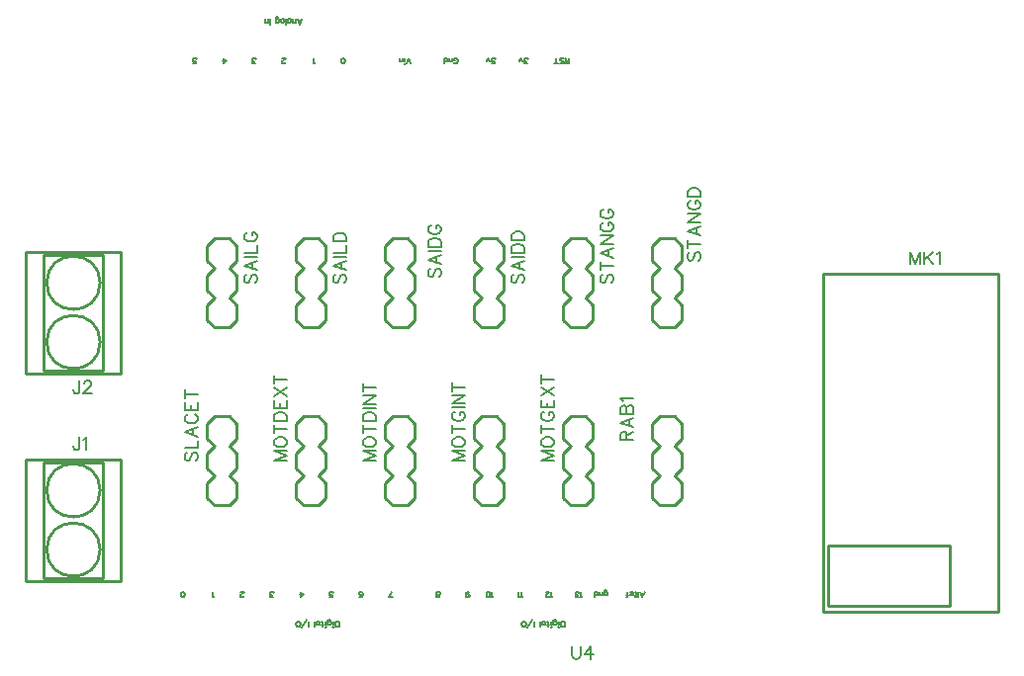
<source format=gto>
G04 ---------------------------- Layer name :TOP SILK LAYER*
G04 easyEDA 0.1*
G04 Scale: 100 percent, Rotated: No, Reflected: No *
G04 Dimensions in inches *
G04 leading zeros omitted , absolute positions ,2 integer and 4 * 
%FSLAX24Y24*%
%MOIN*%
G90*
G70D02*

%ADD10C,0.010000*%
%ADD11C,0.007000*%
%ADD12C,0.006000*%

%LPD*%
G54D10*
G01X8250Y12500D02*
G01X8500Y12250D01*
G01X8500Y12250D02*
G01X8500Y11750D01*
G01X8500Y11750D02*
G01X8250Y11500D01*
G01X7750Y11500D02*
G01X7500Y11750D01*
G01X7500Y11750D02*
G01X7500Y12250D01*
G01X7500Y12250D02*
G01X7750Y12500D01*
G01X8500Y14250D02*
G01X8500Y13750D01*
G01X8500Y13750D02*
G01X8250Y13500D01*
G01X7750Y13500D02*
G01X7500Y13750D01*
G01X8250Y13500D02*
G01X8500Y13250D01*
G01X8500Y13250D02*
G01X8500Y12750D01*
G01X8500Y12750D02*
G01X8250Y12500D01*
G01X7750Y12500D02*
G01X7500Y12750D01*
G01X7500Y12750D02*
G01X7500Y13250D01*
G01X7500Y13250D02*
G01X7750Y13500D01*
G01X8250Y14500D02*
G01X7750Y14500D01*
G01X8500Y14250D02*
G01X8250Y14500D01*
G01X7750Y14500D02*
G01X7500Y14250D01*
G01X7500Y13750D02*
G01X7500Y14250D01*
G01X8250Y11500D02*
G01X7750Y11500D01*
G01X11250Y12500D02*
G01X11500Y12250D01*
G01X11500Y12250D02*
G01X11500Y11750D01*
G01X11500Y11750D02*
G01X11250Y11500D01*
G01X10750Y11500D02*
G01X10500Y11750D01*
G01X10500Y11750D02*
G01X10500Y12250D01*
G01X10500Y12250D02*
G01X10750Y12500D01*
G01X11500Y14250D02*
G01X11500Y13750D01*
G01X11500Y13750D02*
G01X11250Y13500D01*
G01X10750Y13500D02*
G01X10500Y13750D01*
G01X11250Y13500D02*
G01X11500Y13250D01*
G01X11500Y13250D02*
G01X11500Y12750D01*
G01X11500Y12750D02*
G01X11250Y12500D01*
G01X10750Y12500D02*
G01X10500Y12750D01*
G01X10500Y12750D02*
G01X10500Y13250D01*
G01X10500Y13250D02*
G01X10750Y13500D01*
G01X11250Y14500D02*
G01X10750Y14500D01*
G01X11500Y14250D02*
G01X11250Y14500D01*
G01X10750Y14500D02*
G01X10500Y14250D01*
G01X10500Y13750D02*
G01X10500Y14250D01*
G01X11250Y11500D02*
G01X10750Y11500D01*
G01X14250Y12500D02*
G01X14500Y12250D01*
G01X14500Y12250D02*
G01X14500Y11750D01*
G01X14500Y11750D02*
G01X14250Y11500D01*
G01X13750Y11500D02*
G01X13500Y11750D01*
G01X13500Y11750D02*
G01X13500Y12250D01*
G01X13500Y12250D02*
G01X13750Y12500D01*
G01X14500Y14250D02*
G01X14500Y13750D01*
G01X14500Y13750D02*
G01X14250Y13500D01*
G01X13750Y13500D02*
G01X13500Y13750D01*
G01X14250Y13500D02*
G01X14500Y13250D01*
G01X14500Y13250D02*
G01X14500Y12750D01*
G01X14500Y12750D02*
G01X14250Y12500D01*
G01X13750Y12500D02*
G01X13500Y12750D01*
G01X13500Y12750D02*
G01X13500Y13250D01*
G01X13500Y13250D02*
G01X13750Y13500D01*
G01X14250Y14500D02*
G01X13750Y14500D01*
G01X14500Y14250D02*
G01X14250Y14500D01*
G01X13750Y14500D02*
G01X13500Y14250D01*
G01X13500Y13750D02*
G01X13500Y14250D01*
G01X14250Y11500D02*
G01X13750Y11500D01*
G01X17250Y12500D02*
G01X17500Y12250D01*
G01X17500Y12250D02*
G01X17500Y11750D01*
G01X17500Y11750D02*
G01X17250Y11500D01*
G01X16750Y11500D02*
G01X16500Y11750D01*
G01X16500Y11750D02*
G01X16500Y12250D01*
G01X16500Y12250D02*
G01X16750Y12500D01*
G01X17500Y14250D02*
G01X17500Y13750D01*
G01X17500Y13750D02*
G01X17250Y13500D01*
G01X16750Y13500D02*
G01X16500Y13750D01*
G01X17250Y13500D02*
G01X17500Y13250D01*
G01X17500Y13250D02*
G01X17500Y12750D01*
G01X17500Y12750D02*
G01X17250Y12500D01*
G01X16750Y12500D02*
G01X16500Y12750D01*
G01X16500Y12750D02*
G01X16500Y13250D01*
G01X16500Y13250D02*
G01X16750Y13500D01*
G01X17250Y14500D02*
G01X16750Y14500D01*
G01X17500Y14250D02*
G01X17250Y14500D01*
G01X16750Y14500D02*
G01X16500Y14250D01*
G01X16500Y13750D02*
G01X16500Y14250D01*
G01X17250Y11500D02*
G01X16750Y11500D01*
G01X20250Y12500D02*
G01X20500Y12250D01*
G01X20500Y12250D02*
G01X20500Y11750D01*
G01X20500Y11750D02*
G01X20250Y11500D01*
G01X19750Y11500D02*
G01X19500Y11750D01*
G01X19500Y11750D02*
G01X19500Y12250D01*
G01X19500Y12250D02*
G01X19750Y12500D01*
G01X20500Y14250D02*
G01X20500Y13750D01*
G01X20500Y13750D02*
G01X20250Y13500D01*
G01X19750Y13500D02*
G01X19500Y13750D01*
G01X20250Y13500D02*
G01X20500Y13250D01*
G01X20500Y13250D02*
G01X20500Y12750D01*
G01X20500Y12750D02*
G01X20250Y12500D01*
G01X19750Y12500D02*
G01X19500Y12750D01*
G01X19500Y12750D02*
G01X19500Y13250D01*
G01X19500Y13250D02*
G01X19750Y13500D01*
G01X20250Y14500D02*
G01X19750Y14500D01*
G01X20500Y14250D02*
G01X20250Y14500D01*
G01X19750Y14500D02*
G01X19500Y14250D01*
G01X19500Y13750D02*
G01X19500Y14250D01*
G01X20250Y11500D02*
G01X19750Y11500D01*
G01X23250Y12500D02*
G01X23500Y12250D01*
G01X23500Y12250D02*
G01X23500Y11750D01*
G01X23500Y11750D02*
G01X23250Y11500D01*
G01X22750Y11500D02*
G01X22500Y11750D01*
G01X22500Y11750D02*
G01X22500Y12250D01*
G01X22500Y12250D02*
G01X22750Y12500D01*
G01X23500Y14250D02*
G01X23500Y13750D01*
G01X23500Y13750D02*
G01X23250Y13500D01*
G01X22750Y13500D02*
G01X22500Y13750D01*
G01X23250Y13500D02*
G01X23500Y13250D01*
G01X23500Y13250D02*
G01X23500Y12750D01*
G01X23500Y12750D02*
G01X23250Y12500D01*
G01X22750Y12500D02*
G01X22500Y12750D01*
G01X22500Y12750D02*
G01X22500Y13250D01*
G01X22500Y13250D02*
G01X22750Y13500D01*
G01X23250Y14500D02*
G01X22750Y14500D01*
G01X23500Y14250D02*
G01X23250Y14500D01*
G01X22750Y14500D02*
G01X22500Y14250D01*
G01X22500Y13750D02*
G01X22500Y14250D01*
G01X23250Y11500D02*
G01X22750Y11500D01*
G01X7750Y7500D02*
G01X7500Y7750D01*
G01X7500Y7750D02*
G01X7500Y8250D01*
G01X7500Y8250D02*
G01X7750Y8500D01*
G01X8250Y8500D02*
G01X8500Y8250D01*
G01X8500Y8250D02*
G01X8500Y7750D01*
G01X8500Y7750D02*
G01X8250Y7500D01*
G01X7500Y5750D02*
G01X7500Y6250D01*
G01X7500Y6250D02*
G01X7750Y6500D01*
G01X8250Y6500D02*
G01X8500Y6250D01*
G01X7750Y6500D02*
G01X7500Y6750D01*
G01X7500Y6750D02*
G01X7500Y7250D01*
G01X7500Y7250D02*
G01X7750Y7500D01*
G01X8250Y7500D02*
G01X8500Y7250D01*
G01X8500Y7250D02*
G01X8500Y6750D01*
G01X8500Y6750D02*
G01X8250Y6500D01*
G01X7750Y5500D02*
G01X8250Y5500D01*
G01X7500Y5750D02*
G01X7750Y5500D01*
G01X8250Y5500D02*
G01X8500Y5750D01*
G01X8500Y6250D02*
G01X8500Y5750D01*
G01X7750Y8500D02*
G01X8250Y8500D01*
G01X28247Y13308D02*
G01X28247Y1891D01*
G01X28247Y13308D02*
G01X34152Y13308D01*
G01X34152Y1891D02*
G01X34152Y13308D01*
G01X34156Y1891D02*
G01X28251Y1891D01*
G01X28444Y4135D02*
G01X32538Y4135D01*
G01X32538Y2088D01*
G01X28444Y2088D01*
G01X28444Y4135D01*
G01X19750Y7500D02*
G01X19500Y7750D01*
G01X19500Y7750D02*
G01X19500Y8250D01*
G01X19500Y8250D02*
G01X19750Y8500D01*
G01X20250Y8500D02*
G01X20500Y8250D01*
G01X20500Y8250D02*
G01X20500Y7750D01*
G01X20500Y7750D02*
G01X20250Y7500D01*
G01X19500Y5750D02*
G01X19500Y6250D01*
G01X19500Y6250D02*
G01X19750Y6500D01*
G01X20250Y6500D02*
G01X20500Y6250D01*
G01X19750Y6500D02*
G01X19500Y6750D01*
G01X19500Y6750D02*
G01X19500Y7250D01*
G01X19500Y7250D02*
G01X19750Y7500D01*
G01X20250Y7500D02*
G01X20500Y7250D01*
G01X20500Y7250D02*
G01X20500Y6750D01*
G01X20500Y6750D02*
G01X20250Y6500D01*
G01X19750Y5500D02*
G01X20250Y5500D01*
G01X19500Y5750D02*
G01X19750Y5500D01*
G01X20250Y5500D02*
G01X20500Y5750D01*
G01X20500Y6250D02*
G01X20500Y5750D01*
G01X19750Y8500D02*
G01X20250Y8500D01*
G01X16750Y7500D02*
G01X16500Y7750D01*
G01X16500Y7750D02*
G01X16500Y8250D01*
G01X16500Y8250D02*
G01X16750Y8500D01*
G01X17250Y8500D02*
G01X17500Y8250D01*
G01X17500Y8250D02*
G01X17500Y7750D01*
G01X17500Y7750D02*
G01X17250Y7500D01*
G01X16500Y5750D02*
G01X16500Y6250D01*
G01X16500Y6250D02*
G01X16750Y6500D01*
G01X17250Y6500D02*
G01X17500Y6250D01*
G01X16750Y6500D02*
G01X16500Y6750D01*
G01X16500Y6750D02*
G01X16500Y7250D01*
G01X16500Y7250D02*
G01X16750Y7500D01*
G01X17250Y7500D02*
G01X17500Y7250D01*
G01X17500Y7250D02*
G01X17500Y6750D01*
G01X17500Y6750D02*
G01X17250Y6500D01*
G01X16750Y5500D02*
G01X17250Y5500D01*
G01X16500Y5750D02*
G01X16750Y5500D01*
G01X17250Y5500D02*
G01X17500Y5750D01*
G01X17500Y6250D02*
G01X17500Y5750D01*
G01X16750Y8500D02*
G01X17250Y8500D01*
G01X13750Y7500D02*
G01X13500Y7750D01*
G01X13500Y7750D02*
G01X13500Y8250D01*
G01X13500Y8250D02*
G01X13750Y8500D01*
G01X14250Y8500D02*
G01X14500Y8250D01*
G01X14500Y8250D02*
G01X14500Y7750D01*
G01X14500Y7750D02*
G01X14250Y7500D01*
G01X13500Y5750D02*
G01X13500Y6250D01*
G01X13500Y6250D02*
G01X13750Y6500D01*
G01X14250Y6500D02*
G01X14500Y6250D01*
G01X13750Y6500D02*
G01X13500Y6750D01*
G01X13500Y6750D02*
G01X13500Y7250D01*
G01X13500Y7250D02*
G01X13750Y7500D01*
G01X14250Y7500D02*
G01X14500Y7250D01*
G01X14500Y7250D02*
G01X14500Y6750D01*
G01X14500Y6750D02*
G01X14250Y6500D01*
G01X13750Y5500D02*
G01X14250Y5500D01*
G01X13500Y5750D02*
G01X13750Y5500D01*
G01X14250Y5500D02*
G01X14500Y5750D01*
G01X14500Y6250D02*
G01X14500Y5750D01*
G01X13750Y8500D02*
G01X14250Y8500D01*
G01X10750Y7500D02*
G01X10500Y7750D01*
G01X10500Y7750D02*
G01X10500Y8250D01*
G01X10500Y8250D02*
G01X10750Y8500D01*
G01X11250Y8500D02*
G01X11500Y8250D01*
G01X11500Y8250D02*
G01X11500Y7750D01*
G01X11500Y7750D02*
G01X11250Y7500D01*
G01X10500Y5750D02*
G01X10500Y6250D01*
G01X10500Y6250D02*
G01X10750Y6500D01*
G01X11250Y6500D02*
G01X11500Y6250D01*
G01X10750Y6500D02*
G01X10500Y6750D01*
G01X10500Y6750D02*
G01X10500Y7250D01*
G01X10500Y7250D02*
G01X10750Y7500D01*
G01X11250Y7500D02*
G01X11500Y7250D01*
G01X11500Y7250D02*
G01X11500Y6750D01*
G01X11500Y6750D02*
G01X11250Y6500D01*
G01X10750Y5500D02*
G01X11250Y5500D01*
G01X10500Y5750D02*
G01X10750Y5500D01*
G01X11250Y5500D02*
G01X11500Y5750D01*
G01X11500Y6250D02*
G01X11500Y5750D01*
G01X10750Y8500D02*
G01X11250Y8500D01*
G01X4600Y9950D02*
G01X1400Y9950D01*
G01X1400Y14050D01*
G01X4600Y14050D01*
G01X4600Y9950D01*
G01X4000Y10050D02*
G01X2000Y10050D01*
G01X2000Y13950D01*
G01X4000Y13950D01*
G01X4000Y10050D01*
G01X1400Y7050D02*
G01X4600Y7050D01*
G01X4600Y2950D01*
G01X1400Y2950D01*
G01X1400Y7050D01*
G01X2000Y6950D02*
G01X4000Y6950D01*
G01X4000Y3050D01*
G01X2000Y3050D01*
G01X2000Y6950D01*
G01X22750Y7500D02*
G01X22500Y7750D01*
G01X22500Y7750D02*
G01X22500Y8250D01*
G01X22500Y8250D02*
G01X22750Y8500D01*
G01X23250Y8500D02*
G01X23500Y8250D01*
G01X23500Y8250D02*
G01X23500Y7750D01*
G01X23500Y7750D02*
G01X23250Y7500D01*
G01X22500Y5750D02*
G01X22500Y6250D01*
G01X22500Y6250D02*
G01X22750Y6500D01*
G01X23250Y6500D02*
G01X23500Y6250D01*
G01X22750Y6500D02*
G01X22500Y6750D01*
G01X22500Y6750D02*
G01X22500Y7250D01*
G01X22500Y7250D02*
G01X22750Y7500D01*
G01X23250Y7500D02*
G01X23500Y7250D01*
G01X23500Y7250D02*
G01X23500Y6750D01*
G01X23500Y6750D02*
G01X23250Y6500D01*
G01X22750Y5500D02*
G01X23250Y5500D01*
G01X22500Y5750D02*
G01X22750Y5500D01*
G01X23250Y5500D02*
G01X23500Y5750D01*
G01X23500Y6250D02*
G01X23500Y5750D01*
G01X22750Y8500D02*
G01X23250Y8500D01*
G54D11*
G01X8815Y13286D02*
G01X8775Y13244D01*
G01X8755Y13184D01*
G01X8755Y13101D01*
G01X8775Y13040D01*
G01X8815Y13000D01*
G01X8856Y13000D01*
G01X8897Y13019D01*
G01X8918Y13040D01*
G01X8939Y13082D01*
G01X8980Y13205D01*
G01X9000Y13244D01*
G01X9019Y13265D01*
G01X9060Y13286D01*
G01X9122Y13286D01*
G01X9164Y13244D01*
G01X9184Y13184D01*
G01X9184Y13101D01*
G01X9164Y13040D01*
G01X9122Y13000D01*
G01X8755Y13584D02*
G01X9184Y13421D01*
G01X8755Y13584D02*
G01X9184Y13748D01*
G01X9040Y13482D02*
G01X9040Y13686D01*
G01X8755Y13884D02*
G01X9184Y13884D01*
G01X8755Y14019D02*
G01X9184Y14019D01*
G01X9184Y14019D02*
G01X9184Y14263D01*
G01X8856Y14705D02*
G01X8815Y14684D01*
G01X8775Y14644D01*
G01X8755Y14603D01*
G01X8755Y14521D01*
G01X8775Y14480D01*
G01X8815Y14440D01*
G01X8856Y14419D01*
G01X8918Y14398D01*
G01X9019Y14398D01*
G01X9081Y14419D01*
G01X9122Y14440D01*
G01X9164Y14480D01*
G01X9184Y14521D01*
G01X9184Y14603D01*
G01X9164Y14644D01*
G01X9122Y14684D01*
G01X9081Y14705D01*
G01X9019Y14705D01*
G01X9019Y14603D02*
G01X9019Y14705D01*
G01X11815Y13286D02*
G01X11775Y13244D01*
G01X11755Y13184D01*
G01X11755Y13101D01*
G01X11775Y13040D01*
G01X11815Y13000D01*
G01X11856Y13000D01*
G01X11897Y13019D01*
G01X11918Y13040D01*
G01X11939Y13082D01*
G01X11980Y13205D01*
G01X12000Y13244D01*
G01X12019Y13265D01*
G01X12060Y13286D01*
G01X12122Y13286D01*
G01X12164Y13244D01*
G01X12184Y13184D01*
G01X12184Y13101D01*
G01X12164Y13040D01*
G01X12122Y13000D01*
G01X11755Y13584D02*
G01X12184Y13421D01*
G01X11755Y13584D02*
G01X12184Y13748D01*
G01X12040Y13482D02*
G01X12040Y13686D01*
G01X11755Y13884D02*
G01X12184Y13884D01*
G01X11755Y14019D02*
G01X12184Y14019D01*
G01X12184Y14019D02*
G01X12184Y14263D01*
G01X11755Y14398D02*
G01X12184Y14398D01*
G01X11755Y14398D02*
G01X11755Y14542D01*
G01X11775Y14603D01*
G01X11815Y14644D01*
G01X11856Y14665D01*
G01X11918Y14684D01*
G01X12019Y14684D01*
G01X12081Y14665D01*
G01X12122Y14644D01*
G01X12164Y14603D01*
G01X12184Y14542D01*
G01X12184Y14398D01*
G01X15015Y13486D02*
G01X14975Y13444D01*
G01X14955Y13384D01*
G01X14955Y13301D01*
G01X14975Y13240D01*
G01X15015Y13200D01*
G01X15056Y13200D01*
G01X15097Y13219D01*
G01X15118Y13240D01*
G01X15139Y13282D01*
G01X15180Y13405D01*
G01X15200Y13444D01*
G01X15219Y13465D01*
G01X15260Y13486D01*
G01X15322Y13486D01*
G01X15364Y13444D01*
G01X15384Y13384D01*
G01X15384Y13301D01*
G01X15364Y13240D01*
G01X15322Y13200D01*
G01X14955Y13784D02*
G01X15384Y13621D01*
G01X14955Y13784D02*
G01X15384Y13948D01*
G01X15240Y13682D02*
G01X15240Y13886D01*
G01X14955Y14084D02*
G01X15384Y14084D01*
G01X14955Y14219D02*
G01X15384Y14219D01*
G01X14955Y14219D02*
G01X14955Y14361D01*
G01X14975Y14423D01*
G01X15015Y14463D01*
G01X15056Y14484D01*
G01X15118Y14505D01*
G01X15219Y14505D01*
G01X15281Y14484D01*
G01X15322Y14463D01*
G01X15364Y14423D01*
G01X15384Y14361D01*
G01X15384Y14219D01*
G01X15056Y14946D02*
G01X15015Y14926D01*
G01X14975Y14884D01*
G01X14955Y14844D01*
G01X14955Y14763D01*
G01X14975Y14721D01*
G01X15015Y14680D01*
G01X15056Y14659D01*
G01X15118Y14640D01*
G01X15219Y14640D01*
G01X15281Y14659D01*
G01X15322Y14680D01*
G01X15364Y14721D01*
G01X15384Y14763D01*
G01X15384Y14844D01*
G01X15364Y14884D01*
G01X15322Y14926D01*
G01X15281Y14946D01*
G01X15219Y14946D01*
G01X15219Y14844D02*
G01X15219Y14946D01*
G01X17815Y13286D02*
G01X17775Y13244D01*
G01X17755Y13184D01*
G01X17755Y13101D01*
G01X17775Y13040D01*
G01X17815Y13000D01*
G01X17856Y13000D01*
G01X17897Y13019D01*
G01X17918Y13040D01*
G01X17939Y13082D01*
G01X17980Y13205D01*
G01X18000Y13244D01*
G01X18019Y13265D01*
G01X18060Y13286D01*
G01X18122Y13286D01*
G01X18164Y13244D01*
G01X18184Y13184D01*
G01X18184Y13101D01*
G01X18164Y13040D01*
G01X18122Y13000D01*
G01X17755Y13584D02*
G01X18184Y13421D01*
G01X17755Y13584D02*
G01X18184Y13748D01*
G01X18040Y13482D02*
G01X18040Y13686D01*
G01X17755Y13884D02*
G01X18184Y13884D01*
G01X17755Y14019D02*
G01X18184Y14019D01*
G01X17755Y14019D02*
G01X17755Y14161D01*
G01X17775Y14223D01*
G01X17815Y14263D01*
G01X17856Y14284D01*
G01X17918Y14305D01*
G01X18019Y14305D01*
G01X18081Y14284D01*
G01X18122Y14263D01*
G01X18164Y14223D01*
G01X18184Y14161D01*
G01X18184Y14019D01*
G01X17755Y14440D02*
G01X18184Y14440D01*
G01X17755Y14440D02*
G01X17755Y14582D01*
G01X17775Y14644D01*
G01X17815Y14684D01*
G01X17856Y14705D01*
G01X17918Y14726D01*
G01X18019Y14726D01*
G01X18081Y14705D01*
G01X18122Y14684D01*
G01X18164Y14644D01*
G01X18184Y14582D01*
G01X18184Y14440D01*
G01X20815Y13286D02*
G01X20775Y13244D01*
G01X20755Y13184D01*
G01X20755Y13101D01*
G01X20775Y13040D01*
G01X20815Y13000D01*
G01X20856Y13000D01*
G01X20897Y13019D01*
G01X20918Y13040D01*
G01X20939Y13082D01*
G01X20980Y13205D01*
G01X21000Y13244D01*
G01X21019Y13265D01*
G01X21060Y13286D01*
G01X21122Y13286D01*
G01X21164Y13244D01*
G01X21184Y13184D01*
G01X21184Y13101D01*
G01X21164Y13040D01*
G01X21122Y13000D01*
G01X20755Y13565D02*
G01X21184Y13565D01*
G01X20755Y13421D02*
G01X20755Y13707D01*
G01X20755Y14005D02*
G01X21184Y13842D01*
G01X20755Y14005D02*
G01X21184Y14169D01*
G01X21040Y13903D02*
G01X21040Y14109D01*
G01X20755Y14305D02*
G01X21184Y14305D01*
G01X20755Y14305D02*
G01X21184Y14590D01*
G01X20755Y14590D02*
G01X21184Y14590D01*
G01X20856Y15032D02*
G01X20815Y15013D01*
G01X20775Y14971D01*
G01X20755Y14930D01*
G01X20755Y14848D01*
G01X20775Y14807D01*
G01X20815Y14767D01*
G01X20856Y14746D01*
G01X20918Y14726D01*
G01X21019Y14726D01*
G01X21081Y14746D01*
G01X21122Y14767D01*
G01X21164Y14807D01*
G01X21184Y14848D01*
G01X21184Y14930D01*
G01X21164Y14971D01*
G01X21122Y15013D01*
G01X21081Y15032D01*
G01X21019Y15032D01*
G01X21019Y14930D02*
G01X21019Y15032D01*
G01X20856Y15475D02*
G01X20815Y15455D01*
G01X20775Y15413D01*
G01X20755Y15373D01*
G01X20755Y15290D01*
G01X20775Y15250D01*
G01X20815Y15209D01*
G01X20856Y15188D01*
G01X20918Y15167D01*
G01X21019Y15167D01*
G01X21081Y15188D01*
G01X21122Y15209D01*
G01X21164Y15250D01*
G01X21184Y15290D01*
G01X21184Y15373D01*
G01X21164Y15413D01*
G01X21122Y15455D01*
G01X21081Y15475D01*
G01X21019Y15475D01*
G01X21019Y15373D02*
G01X21019Y15475D01*
G01X23761Y14030D02*
G01X23720Y13990D01*
G01X23700Y13928D01*
G01X23700Y13846D01*
G01X23720Y13786D01*
G01X23761Y13744D01*
G01X23802Y13744D01*
G01X23843Y13765D01*
G01X23863Y13786D01*
G01X23884Y13826D01*
G01X23925Y13950D01*
G01X23945Y13990D01*
G01X23965Y14011D01*
G01X24006Y14030D01*
G01X24068Y14030D01*
G01X24109Y13990D01*
G01X24129Y13928D01*
G01X24129Y13846D01*
G01X24109Y13786D01*
G01X24068Y13744D01*
G01X23700Y14309D02*
G01X24129Y14309D01*
G01X23700Y14165D02*
G01X23700Y14453D01*
G01X23700Y14751D02*
G01X24129Y14588D01*
G01X23700Y14751D02*
G01X24129Y14915D01*
G01X23986Y14648D02*
G01X23986Y14853D01*
G01X23700Y15050D02*
G01X24129Y15050D01*
G01X23700Y15050D02*
G01X24129Y15336D01*
G01X23700Y15336D02*
G01X24129Y15336D01*
G01X23802Y15778D02*
G01X23761Y15757D01*
G01X23720Y15717D01*
G01X23700Y15676D01*
G01X23700Y15594D01*
G01X23720Y15553D01*
G01X23761Y15511D01*
G01X23802Y15492D01*
G01X23863Y15471D01*
G01X23965Y15471D01*
G01X24027Y15492D01*
G01X24068Y15511D01*
G01X24109Y15553D01*
G01X24129Y15594D01*
G01X24129Y15676D01*
G01X24109Y15717D01*
G01X24068Y15757D01*
G01X24027Y15778D01*
G01X23965Y15778D01*
G01X23965Y15676D02*
G01X23965Y15778D01*
G01X23700Y15913D02*
G01X24129Y15913D01*
G01X23700Y15913D02*
G01X23700Y16055D01*
G01X23720Y16117D01*
G01X23761Y16159D01*
G01X23802Y16178D01*
G01X23863Y16200D01*
G01X23965Y16200D01*
G01X24027Y16178D01*
G01X24068Y16159D01*
G01X24109Y16117D01*
G01X24129Y16055D01*
G01X24129Y15913D01*
G01X6815Y7286D02*
G01X6775Y7244D01*
G01X6755Y7184D01*
G01X6755Y7101D01*
G01X6775Y7040D01*
G01X6815Y7000D01*
G01X6856Y7000D01*
G01X6897Y7019D01*
G01X6918Y7040D01*
G01X6939Y7082D01*
G01X6980Y7205D01*
G01X7000Y7244D01*
G01X7019Y7265D01*
G01X7060Y7286D01*
G01X7122Y7286D01*
G01X7164Y7244D01*
G01X7184Y7184D01*
G01X7184Y7101D01*
G01X7164Y7040D01*
G01X7122Y7000D01*
G01X6755Y7421D02*
G01X7184Y7421D01*
G01X7184Y7421D02*
G01X7184Y7667D01*
G01X6755Y7965D02*
G01X7184Y7801D01*
G01X6755Y7965D02*
G01X7184Y8128D01*
G01X7040Y7863D02*
G01X7040Y8067D01*
G01X6856Y8571D02*
G01X6815Y8550D01*
G01X6775Y8509D01*
G01X6755Y8469D01*
G01X6755Y8386D01*
G01X6775Y8346D01*
G01X6815Y8305D01*
G01X6856Y8284D01*
G01X6918Y8263D01*
G01X7019Y8263D01*
G01X7081Y8284D01*
G01X7122Y8305D01*
G01X7164Y8346D01*
G01X7184Y8386D01*
G01X7184Y8469D01*
G01X7164Y8509D01*
G01X7122Y8550D01*
G01X7081Y8571D01*
G01X6755Y8705D02*
G01X7184Y8705D01*
G01X6755Y8705D02*
G01X6755Y8971D01*
G01X6959Y8705D02*
G01X6959Y8869D01*
G01X7184Y8705D02*
G01X7184Y8971D01*
G01X6755Y9250D02*
G01X7184Y9250D01*
G01X6755Y9107D02*
G01X6755Y9392D01*
G01X31202Y14053D02*
G01X31202Y13625D01*
G01X31202Y14053D02*
G01X31365Y13625D01*
G01X31528Y14053D02*
G01X31365Y13625D01*
G01X31528Y14053D02*
G01X31528Y13625D01*
G01X31664Y14053D02*
G01X31664Y13625D01*
G01X31951Y14053D02*
G01X31664Y13767D01*
G01X31767Y13869D02*
G01X31951Y13625D01*
G01X32085Y13971D02*
G01X32127Y13992D01*
G01X32188Y14053D01*
G01X32188Y13625D01*
G01X18755Y7000D02*
G01X19184Y7000D01*
G01X18755Y7000D02*
G01X19184Y7163D01*
G01X18755Y7326D02*
G01X19184Y7163D01*
G01X18755Y7326D02*
G01X19184Y7326D01*
G01X18755Y7584D02*
G01X18775Y7544D01*
G01X18815Y7503D01*
G01X18856Y7482D01*
G01X18918Y7461D01*
G01X19019Y7461D01*
G01X19081Y7482D01*
G01X19122Y7503D01*
G01X19164Y7544D01*
G01X19184Y7584D01*
G01X19184Y7667D01*
G01X19164Y7707D01*
G01X19122Y7748D01*
G01X19081Y7769D01*
G01X19019Y7790D01*
G01X18918Y7790D01*
G01X18856Y7769D01*
G01X18815Y7748D01*
G01X18775Y7707D01*
G01X18755Y7667D01*
G01X18755Y7584D01*
G01X18755Y8067D02*
G01X19184Y8067D01*
G01X18755Y7925D02*
G01X18755Y8211D01*
G01X18856Y8653D02*
G01X18815Y8632D01*
G01X18775Y8590D01*
G01X18755Y8550D01*
G01X18755Y8469D01*
G01X18775Y8428D01*
G01X18815Y8386D01*
G01X18856Y8365D01*
G01X18918Y8346D01*
G01X19019Y8346D01*
G01X19081Y8365D01*
G01X19122Y8386D01*
G01X19164Y8428D01*
G01X19184Y8469D01*
G01X19184Y8550D01*
G01X19164Y8590D01*
G01X19122Y8632D01*
G01X19081Y8653D01*
G01X19019Y8653D01*
G01X19019Y8550D02*
G01X19019Y8653D01*
G01X18755Y8788D02*
G01X19184Y8788D01*
G01X18755Y8788D02*
G01X18755Y9053D01*
G01X18959Y8788D02*
G01X18959Y8951D01*
G01X19184Y8788D02*
G01X19184Y9053D01*
G01X18755Y9188D02*
G01X19184Y9475D01*
G01X18755Y9475D02*
G01X19184Y9188D01*
G01X18755Y9753D02*
G01X19184Y9753D01*
G01X18755Y9609D02*
G01X18755Y9896D01*
G01X15755Y7000D02*
G01X16184Y7000D01*
G01X15755Y7000D02*
G01X16184Y7163D01*
G01X15755Y7326D02*
G01X16184Y7163D01*
G01X15755Y7326D02*
G01X16184Y7326D01*
G01X15755Y7584D02*
G01X15775Y7544D01*
G01X15815Y7503D01*
G01X15856Y7482D01*
G01X15918Y7461D01*
G01X16019Y7461D01*
G01X16081Y7482D01*
G01X16122Y7503D01*
G01X16164Y7544D01*
G01X16184Y7584D01*
G01X16184Y7667D01*
G01X16164Y7707D01*
G01X16122Y7748D01*
G01X16081Y7769D01*
G01X16019Y7790D01*
G01X15918Y7790D01*
G01X15856Y7769D01*
G01X15815Y7748D01*
G01X15775Y7707D01*
G01X15755Y7667D01*
G01X15755Y7584D01*
G01X15755Y8067D02*
G01X16184Y8067D01*
G01X15755Y7925D02*
G01X15755Y8211D01*
G01X15856Y8653D02*
G01X15815Y8632D01*
G01X15775Y8590D01*
G01X15755Y8550D01*
G01X15755Y8469D01*
G01X15775Y8428D01*
G01X15815Y8386D01*
G01X15856Y8365D01*
G01X15918Y8346D01*
G01X16019Y8346D01*
G01X16081Y8365D01*
G01X16122Y8386D01*
G01X16164Y8428D01*
G01X16184Y8469D01*
G01X16184Y8550D01*
G01X16164Y8590D01*
G01X16122Y8632D01*
G01X16081Y8653D01*
G01X16019Y8653D01*
G01X16019Y8550D02*
G01X16019Y8653D01*
G01X15755Y8788D02*
G01X16184Y8788D01*
G01X15755Y8923D02*
G01X16184Y8923D01*
G01X15755Y8923D02*
G01X16184Y9209D01*
G01X15755Y9209D02*
G01X16184Y9209D01*
G01X15755Y9486D02*
G01X16184Y9486D01*
G01X15755Y9344D02*
G01X15755Y9630D01*
G01X12755Y7000D02*
G01X13184Y7000D01*
G01X12755Y7000D02*
G01X13184Y7163D01*
G01X12755Y7326D02*
G01X13184Y7163D01*
G01X12755Y7326D02*
G01X13184Y7326D01*
G01X12755Y7584D02*
G01X12775Y7544D01*
G01X12815Y7503D01*
G01X12856Y7482D01*
G01X12918Y7461D01*
G01X13019Y7461D01*
G01X13081Y7482D01*
G01X13122Y7503D01*
G01X13164Y7544D01*
G01X13184Y7584D01*
G01X13184Y7667D01*
G01X13164Y7707D01*
G01X13122Y7748D01*
G01X13081Y7769D01*
G01X13019Y7790D01*
G01X12918Y7790D01*
G01X12856Y7769D01*
G01X12815Y7748D01*
G01X12775Y7707D01*
G01X12755Y7667D01*
G01X12755Y7584D01*
G01X12755Y8067D02*
G01X13184Y8067D01*
G01X12755Y7925D02*
G01X12755Y8211D01*
G01X12755Y8346D02*
G01X13184Y8346D01*
G01X12755Y8346D02*
G01X12755Y8488D01*
G01X12775Y8550D01*
G01X12815Y8590D01*
G01X12856Y8611D01*
G01X12918Y8632D01*
G01X13019Y8632D01*
G01X13081Y8611D01*
G01X13122Y8590D01*
G01X13164Y8550D01*
G01X13184Y8488D01*
G01X13184Y8346D01*
G01X12755Y8767D02*
G01X13184Y8767D01*
G01X12755Y8901D02*
G01X13184Y8901D01*
G01X12755Y8901D02*
G01X13184Y9188D01*
G01X12755Y9188D02*
G01X13184Y9188D01*
G01X12755Y9467D02*
G01X13184Y9467D01*
G01X12755Y9323D02*
G01X12755Y9609D01*
G01X9755Y7000D02*
G01X10184Y7000D01*
G01X9755Y7000D02*
G01X10184Y7163D01*
G01X9755Y7326D02*
G01X10184Y7163D01*
G01X9755Y7326D02*
G01X10184Y7326D01*
G01X9755Y7584D02*
G01X9775Y7544D01*
G01X9815Y7503D01*
G01X9856Y7482D01*
G01X9918Y7461D01*
G01X10019Y7461D01*
G01X10081Y7482D01*
G01X10122Y7503D01*
G01X10164Y7544D01*
G01X10184Y7584D01*
G01X10184Y7667D01*
G01X10164Y7707D01*
G01X10122Y7748D01*
G01X10081Y7769D01*
G01X10019Y7790D01*
G01X9918Y7790D01*
G01X9856Y7769D01*
G01X9815Y7748D01*
G01X9775Y7707D01*
G01X9755Y7667D01*
G01X9755Y7584D01*
G01X9755Y8067D02*
G01X10184Y8067D01*
G01X9755Y7925D02*
G01X9755Y8211D01*
G01X9755Y8346D02*
G01X10184Y8346D01*
G01X9755Y8346D02*
G01X9755Y8488D01*
G01X9775Y8550D01*
G01X9815Y8590D01*
G01X9856Y8611D01*
G01X9918Y8632D01*
G01X10019Y8632D01*
G01X10081Y8611D01*
G01X10122Y8590D01*
G01X10164Y8550D01*
G01X10184Y8488D01*
G01X10184Y8346D01*
G01X9755Y8767D02*
G01X10184Y8767D01*
G01X9755Y8767D02*
G01X9755Y9032D01*
G01X9959Y8767D02*
G01X9959Y8930D01*
G01X10184Y8767D02*
G01X10184Y9032D01*
G01X9755Y9167D02*
G01X10184Y9455D01*
G01X9755Y9455D02*
G01X10184Y9167D01*
G01X9755Y9732D02*
G01X10184Y9732D01*
G01X9755Y9590D02*
G01X9755Y9876D01*
G01X19800Y744D02*
G01X19800Y438D01*
G01X19819Y376D01*
G01X19860Y336D01*
G01X19922Y315D01*
G01X19964Y315D01*
G01X20025Y336D01*
G01X20065Y376D01*
G01X20085Y438D01*
G01X20085Y744D01*
G01X20426Y744D02*
G01X20221Y459D01*
G01X20527Y459D01*
G01X20426Y744D02*
G01X20426Y315D01*
G54D12*
G01X19700Y20390D02*
G01X19700Y20582D01*
G01X19700Y20390D02*
G01X19618Y20390D01*
G01X19590Y20400D01*
G01X19581Y20409D01*
G01X19572Y20427D01*
G01X19572Y20444D01*
G01X19581Y20463D01*
G01X19590Y20473D01*
G01X19618Y20482D01*
G01X19700Y20482D01*
G01X19635Y20482D02*
G01X19572Y20582D01*
G01X19385Y20417D02*
G01X19403Y20400D01*
G01X19431Y20390D01*
G01X19467Y20390D01*
G01X19494Y20400D01*
G01X19513Y20417D01*
G01X19513Y20436D01*
G01X19503Y20455D01*
G01X19494Y20463D01*
G01X19476Y20473D01*
G01X19422Y20490D01*
G01X19403Y20500D01*
G01X19394Y20509D01*
G01X19385Y20527D01*
G01X19385Y20555D01*
G01X19403Y20573D01*
G01X19431Y20582D01*
G01X19467Y20582D01*
G01X19494Y20573D01*
G01X19513Y20555D01*
G01X19261Y20390D02*
G01X19261Y20582D01*
G01X19325Y20390D02*
G01X19197Y20390D01*
G01X18302Y20390D02*
G01X18202Y20390D01*
G01X18256Y20463D01*
G01X18228Y20463D01*
G01X18210Y20473D01*
G01X18202Y20482D01*
G01X18193Y20509D01*
G01X18193Y20527D01*
G01X18202Y20555D01*
G01X18219Y20573D01*
G01X18247Y20582D01*
G01X18275Y20582D01*
G01X18302Y20573D01*
G01X18310Y20563D01*
G01X18319Y20544D01*
G01X18132Y20455D02*
G01X18077Y20582D01*
G01X18023Y20455D02*
G01X18077Y20582D01*
G01X17110Y20390D02*
G01X17202Y20390D01*
G01X17210Y20473D01*
G01X17202Y20463D01*
G01X17175Y20455D01*
G01X17147Y20455D01*
G01X17119Y20463D01*
G01X17102Y20482D01*
G01X17093Y20509D01*
G01X17093Y20527D01*
G01X17102Y20555D01*
G01X17119Y20573D01*
G01X17147Y20582D01*
G01X17175Y20582D01*
G01X17202Y20573D01*
G01X17210Y20563D01*
G01X17219Y20544D01*
G01X17032Y20455D02*
G01X16977Y20582D01*
G01X16923Y20455D02*
G01X16977Y20582D01*
G01X15814Y20436D02*
G01X15822Y20417D01*
G01X15840Y20400D01*
G01X15859Y20390D01*
G01X15894Y20390D01*
G01X15914Y20400D01*
G01X15931Y20417D01*
G01X15940Y20436D01*
G01X15950Y20463D01*
G01X15950Y20509D01*
G01X15940Y20536D01*
G01X15931Y20555D01*
G01X15914Y20573D01*
G01X15894Y20582D01*
G01X15859Y20582D01*
G01X15840Y20573D01*
G01X15822Y20555D01*
G01X15814Y20536D01*
G01X15814Y20509D01*
G01X15859Y20509D02*
G01X15814Y20509D01*
G01X15753Y20455D02*
G01X15753Y20582D01*
G01X15753Y20490D02*
G01X15726Y20463D01*
G01X15707Y20455D01*
G01X15681Y20455D01*
G01X15663Y20463D01*
G01X15653Y20490D01*
G01X15653Y20582D01*
G01X15485Y20390D02*
G01X15485Y20582D01*
G01X15485Y20482D02*
G01X15502Y20463D01*
G01X15521Y20455D01*
G01X15547Y20455D01*
G01X15565Y20463D01*
G01X15585Y20482D01*
G01X15593Y20509D01*
G01X15593Y20527D01*
G01X15585Y20555D01*
G01X15565Y20573D01*
G01X15547Y20582D01*
G01X15521Y20582D01*
G01X15502Y20573D01*
G01X15485Y20555D01*
G01X14369Y20390D02*
G01X14297Y20582D01*
G01X14225Y20390D02*
G01X14297Y20582D01*
G01X14164Y20390D02*
G01X14155Y20400D01*
G01X14146Y20390D01*
G01X14155Y20382D01*
G01X14164Y20390D01*
G01X14155Y20455D02*
G01X14155Y20582D01*
G01X14085Y20455D02*
G01X14085Y20582D01*
G01X14085Y20490D02*
G01X14059Y20463D01*
G01X14040Y20455D01*
G01X14014Y20455D01*
G01X13994Y20463D01*
G01X13985Y20490D01*
G01X13985Y20582D01*
G01X10627Y21711D02*
G01X10700Y21902D01*
G01X10627Y21711D02*
G01X10555Y21902D01*
G01X10672Y21838D02*
G01X10581Y21838D01*
G01X10494Y21775D02*
G01X10494Y21902D01*
G01X10494Y21811D02*
G01X10467Y21784D01*
G01X10448Y21775D01*
G01X10422Y21775D01*
G01X10403Y21784D01*
G01X10394Y21811D01*
G01X10394Y21902D01*
G01X10225Y21775D02*
G01X10225Y21902D01*
G01X10225Y21802D02*
G01X10243Y21784D01*
G01X10261Y21775D01*
G01X10289Y21775D01*
G01X10306Y21784D01*
G01X10325Y21802D01*
G01X10335Y21828D01*
G01X10335Y21846D01*
G01X10325Y21875D01*
G01X10306Y21892D01*
G01X10289Y21902D01*
G01X10261Y21902D01*
G01X10243Y21892D01*
G01X10225Y21875D01*
G01X10164Y21711D02*
G01X10164Y21902D01*
G01X10060Y21775D02*
G01X10077Y21784D01*
G01X10096Y21802D01*
G01X10105Y21828D01*
G01X10105Y21846D01*
G01X10096Y21875D01*
G01X10077Y21892D01*
G01X10060Y21902D01*
G01X10032Y21902D01*
G01X10014Y21892D01*
G01X9996Y21875D01*
G01X9986Y21846D01*
G01X9986Y21828D01*
G01X9996Y21802D01*
G01X10014Y21784D01*
G01X10032Y21775D01*
G01X10060Y21775D01*
G01X9818Y21775D02*
G01X9818Y21919D01*
G01X9827Y21946D01*
G01X9835Y21955D01*
G01X9855Y21965D01*
G01X9881Y21965D01*
G01X9900Y21955D01*
G01X9818Y21802D02*
G01X9835Y21784D01*
G01X9855Y21775D01*
G01X9881Y21775D01*
G01X9900Y21784D01*
G01X9918Y21802D01*
G01X9927Y21828D01*
G01X9927Y21846D01*
G01X9918Y21875D01*
G01X9900Y21892D01*
G01X9881Y21902D01*
G01X9855Y21902D01*
G01X9835Y21892D01*
G01X9818Y21875D01*
G01X9618Y21711D02*
G01X9618Y21902D01*
G01X9557Y21775D02*
G01X9557Y21902D01*
G01X9557Y21811D02*
G01X9531Y21784D01*
G01X9513Y21775D01*
G01X9485Y21775D01*
G01X9467Y21784D01*
G01X9457Y21811D01*
G01X9457Y21902D01*
G01X12094Y20390D02*
G01X12122Y20400D01*
G01X12140Y20427D01*
G01X12150Y20473D01*
G01X12150Y20500D01*
G01X12140Y20544D01*
G01X12122Y20573D01*
G01X12094Y20582D01*
G01X12077Y20582D01*
G01X12050Y20573D01*
G01X12031Y20544D01*
G01X12022Y20500D01*
G01X12022Y20473D01*
G01X12031Y20427D01*
G01X12050Y20400D01*
G01X12077Y20390D01*
G01X12094Y20390D01*
G01X11150Y20427D02*
G01X11131Y20417D01*
G01X11105Y20390D01*
G01X11105Y20582D01*
G01X10140Y20436D02*
G01X10140Y20427D01*
G01X10131Y20409D01*
G01X10122Y20400D01*
G01X10105Y20390D01*
G01X10068Y20390D01*
G01X10050Y20400D01*
G01X10040Y20409D01*
G01X10031Y20427D01*
G01X10031Y20444D01*
G01X10040Y20463D01*
G01X10059Y20490D01*
G01X10150Y20582D01*
G01X10022Y20582D01*
G01X9131Y20390D02*
G01X9031Y20390D01*
G01X9085Y20463D01*
G01X9059Y20463D01*
G01X9040Y20473D01*
G01X9031Y20482D01*
G01X9022Y20509D01*
G01X9022Y20527D01*
G01X9031Y20555D01*
G01X9050Y20573D01*
G01X9077Y20582D01*
G01X9105Y20582D01*
G01X9131Y20573D01*
G01X9140Y20563D01*
G01X9150Y20544D01*
G01X8059Y20390D02*
G01X8150Y20517D01*
G01X8014Y20517D01*
G01X8059Y20390D02*
G01X8059Y20582D01*
G01X7040Y20390D02*
G01X7131Y20390D01*
G01X7140Y20473D01*
G01X7131Y20463D01*
G01X7105Y20455D01*
G01X7077Y20455D01*
G01X7050Y20463D01*
G01X7031Y20482D01*
G01X7022Y20509D01*
G01X7022Y20527D01*
G01X7031Y20555D01*
G01X7050Y20573D01*
G01X7077Y20582D01*
G01X7105Y20582D01*
G01X7131Y20573D01*
G01X7140Y20563D01*
G01X7150Y20544D01*
G01X22177Y2390D02*
G01X22250Y2582D01*
G01X22177Y2390D02*
G01X22105Y2582D01*
G01X22222Y2517D02*
G01X22131Y2517D01*
G01X22044Y2390D02*
G01X22044Y2582D01*
G01X22044Y2390D02*
G01X21963Y2390D01*
G01X21935Y2400D01*
G01X21926Y2409D01*
G01X21917Y2426D01*
G01X21917Y2444D01*
G01X21926Y2463D01*
G01X21935Y2473D01*
G01X21963Y2482D01*
G01X22044Y2482D01*
G01X21981Y2482D02*
G01X21917Y2582D01*
G01X21856Y2509D02*
G01X21747Y2509D01*
G01X21747Y2490D01*
G01X21756Y2473D01*
G01X21765Y2463D01*
G01X21785Y2455D01*
G01X21811Y2455D01*
G01X21830Y2463D01*
G01X21847Y2482D01*
G01X21856Y2509D01*
G01X21856Y2526D01*
G01X21847Y2555D01*
G01X21830Y2573D01*
G01X21811Y2582D01*
G01X21785Y2582D01*
G01X21765Y2573D01*
G01X21747Y2555D01*
G01X21614Y2390D02*
G01X21634Y2390D01*
G01X21652Y2400D01*
G01X21660Y2426D01*
G01X21660Y2582D01*
G01X21688Y2455D02*
G01X21625Y2455D01*
G01X20890Y2455D02*
G01X20890Y2600D01*
G01X20900Y2626D01*
G01X20909Y2636D01*
G01X20927Y2644D01*
G01X20955Y2644D01*
G01X20972Y2636D01*
G01X20890Y2482D02*
G01X20909Y2463D01*
G01X20927Y2455D01*
G01X20955Y2455D01*
G01X20972Y2463D01*
G01X20990Y2482D01*
G01X21000Y2509D01*
G01X21000Y2526D01*
G01X20990Y2555D01*
G01X20972Y2573D01*
G01X20955Y2582D01*
G01X20927Y2582D01*
G01X20909Y2573D01*
G01X20890Y2555D01*
G01X20831Y2455D02*
G01X20831Y2582D01*
G01X20831Y2490D02*
G01X20803Y2463D01*
G01X20785Y2455D01*
G01X20757Y2455D01*
G01X20739Y2463D01*
G01X20731Y2490D01*
G01X20731Y2582D01*
G01X20561Y2390D02*
G01X20561Y2582D01*
G01X20561Y2482D02*
G01X20580Y2463D01*
G01X20597Y2455D01*
G01X20625Y2455D01*
G01X20643Y2463D01*
G01X20661Y2482D01*
G01X20671Y2509D01*
G01X20671Y2526D01*
G01X20661Y2555D01*
G01X20643Y2573D01*
G01X20625Y2582D01*
G01X20597Y2582D01*
G01X20580Y2573D01*
G01X20561Y2555D01*
G01X20150Y2426D02*
G01X20131Y2417D01*
G01X20105Y2390D01*
G01X20105Y2582D01*
G01X20026Y2390D02*
G01X19926Y2390D01*
G01X19981Y2463D01*
G01X19953Y2463D01*
G01X19935Y2473D01*
G01X19926Y2482D01*
G01X19917Y2509D01*
G01X19917Y2526D01*
G01X19926Y2555D01*
G01X19944Y2573D01*
G01X19972Y2582D01*
G01X19998Y2582D01*
G01X20026Y2573D01*
G01X20035Y2563D01*
G01X20044Y2544D01*
G01X19150Y2426D02*
G01X19131Y2417D01*
G01X19105Y2390D01*
G01X19105Y2582D01*
G01X19035Y2436D02*
G01X19035Y2426D01*
G01X19026Y2409D01*
G01X19017Y2400D01*
G01X18998Y2390D01*
G01X18963Y2390D01*
G01X18944Y2400D01*
G01X18935Y2409D01*
G01X18926Y2426D01*
G01X18926Y2444D01*
G01X18935Y2463D01*
G01X18953Y2490D01*
G01X19044Y2582D01*
G01X18917Y2582D01*
G01X18150Y2426D02*
G01X18131Y2417D01*
G01X18105Y2390D01*
G01X18105Y2582D01*
G01X18044Y2426D02*
G01X18026Y2417D01*
G01X17998Y2390D01*
G01X17998Y2582D01*
G01X17150Y2426D02*
G01X17131Y2417D01*
G01X17105Y2390D01*
G01X17105Y2582D01*
G01X16989Y2390D02*
G01X17017Y2400D01*
G01X17035Y2426D01*
G01X17044Y2473D01*
G01X17044Y2500D01*
G01X17035Y2544D01*
G01X17017Y2573D01*
G01X16989Y2582D01*
G01X16972Y2582D01*
G01X16944Y2573D01*
G01X16926Y2544D01*
G01X16917Y2500D01*
G01X16917Y2473D01*
G01X16926Y2426D01*
G01X16944Y2400D01*
G01X16972Y2390D01*
G01X16989Y2390D01*
G01X16231Y2455D02*
G01X16240Y2482D01*
G01X16259Y2500D01*
G01X16285Y2509D01*
G01X16294Y2509D01*
G01X16322Y2500D01*
G01X16340Y2482D01*
G01X16350Y2455D01*
G01X16350Y2444D01*
G01X16340Y2417D01*
G01X16322Y2400D01*
G01X16294Y2390D01*
G01X16285Y2390D01*
G01X16259Y2400D01*
G01X16240Y2417D01*
G01X16231Y2455D01*
G01X16231Y2500D01*
G01X16240Y2544D01*
G01X16259Y2573D01*
G01X16285Y2582D01*
G01X16305Y2582D01*
G01X16331Y2573D01*
G01X16340Y2555D01*
G01X15305Y2390D02*
G01X15331Y2400D01*
G01X15340Y2417D01*
G01X15340Y2436D01*
G01X15331Y2455D01*
G01X15314Y2463D01*
G01X15277Y2473D01*
G01X15250Y2482D01*
G01X15231Y2500D01*
G01X15222Y2517D01*
G01X15222Y2544D01*
G01X15231Y2563D01*
G01X15240Y2573D01*
G01X15268Y2582D01*
G01X15305Y2582D01*
G01X15331Y2573D01*
G01X15340Y2563D01*
G01X15350Y2544D01*
G01X15350Y2517D01*
G01X15340Y2500D01*
G01X15322Y2482D01*
G01X15294Y2473D01*
G01X15259Y2463D01*
G01X15240Y2455D01*
G01X15231Y2436D01*
G01X15231Y2417D01*
G01X15240Y2400D01*
G01X15268Y2390D01*
G01X15305Y2390D01*
G01X13622Y2390D02*
G01X13714Y2582D01*
G01X13750Y2390D02*
G01X13622Y2390D01*
G01X12640Y2417D02*
G01X12650Y2400D01*
G01X12677Y2390D01*
G01X12694Y2390D01*
G01X12722Y2400D01*
G01X12740Y2426D01*
G01X12750Y2473D01*
G01X12750Y2517D01*
G01X12740Y2555D01*
G01X12722Y2573D01*
G01X12694Y2582D01*
G01X12685Y2582D01*
G01X12659Y2573D01*
G01X12640Y2555D01*
G01X12631Y2526D01*
G01X12631Y2517D01*
G01X12640Y2490D01*
G01X12659Y2473D01*
G01X12685Y2463D01*
G01X12694Y2463D01*
G01X12722Y2473D01*
G01X12740Y2490D01*
G01X12750Y2517D01*
G01X11640Y2390D02*
G01X11731Y2390D01*
G01X11740Y2473D01*
G01X11731Y2463D01*
G01X11705Y2455D01*
G01X11677Y2455D01*
G01X11650Y2463D01*
G01X11631Y2482D01*
G01X11622Y2509D01*
G01X11622Y2526D01*
G01X11631Y2555D01*
G01X11650Y2573D01*
G01X11677Y2582D01*
G01X11705Y2582D01*
G01X11731Y2573D01*
G01X11740Y2563D01*
G01X11750Y2544D01*
G01X10659Y2390D02*
G01X10750Y2517D01*
G01X10614Y2517D01*
G01X10659Y2390D02*
G01X10659Y2582D01*
G01X9731Y2390D02*
G01X9631Y2390D01*
G01X9685Y2463D01*
G01X9659Y2463D01*
G01X9640Y2473D01*
G01X9631Y2482D01*
G01X9622Y2509D01*
G01X9622Y2526D01*
G01X9631Y2555D01*
G01X9650Y2573D01*
G01X9677Y2582D01*
G01X9705Y2582D01*
G01X9731Y2573D01*
G01X9740Y2563D01*
G01X9750Y2544D01*
G01X8740Y2436D02*
G01X8740Y2426D01*
G01X8731Y2409D01*
G01X8722Y2400D01*
G01X8705Y2390D01*
G01X8668Y2390D01*
G01X8650Y2400D01*
G01X8640Y2409D01*
G01X8631Y2426D01*
G01X8631Y2444D01*
G01X8640Y2463D01*
G01X8659Y2490D01*
G01X8750Y2582D01*
G01X8622Y2582D01*
G01X7750Y2426D02*
G01X7731Y2417D01*
G01X7705Y2390D01*
G01X7705Y2582D01*
G01X6694Y2390D02*
G01X6722Y2400D01*
G01X6740Y2426D01*
G01X6750Y2473D01*
G01X6750Y2500D01*
G01X6740Y2544D01*
G01X6722Y2573D01*
G01X6694Y2582D01*
G01X6677Y2582D01*
G01X6650Y2573D01*
G01X6631Y2544D01*
G01X6622Y2500D01*
G01X6622Y2473D01*
G01X6631Y2426D01*
G01X6650Y2400D01*
G01X6677Y2390D01*
G01X6694Y2390D01*
G01X19550Y1390D02*
G01X19550Y1582D01*
G01X19550Y1390D02*
G01X19485Y1390D01*
G01X19459Y1400D01*
G01X19440Y1417D01*
G01X19431Y1436D01*
G01X19422Y1463D01*
G01X19422Y1509D01*
G01X19431Y1536D01*
G01X19440Y1555D01*
G01X19459Y1573D01*
G01X19485Y1582D01*
G01X19550Y1582D01*
G01X19363Y1390D02*
G01X19353Y1400D01*
G01X19344Y1390D01*
G01X19353Y1382D01*
G01X19363Y1390D01*
G01X19353Y1455D02*
G01X19353Y1582D01*
G01X19175Y1455D02*
G01X19175Y1600D01*
G01X19185Y1626D01*
G01X19193Y1636D01*
G01X19211Y1644D01*
G01X19239Y1644D01*
G01X19256Y1636D01*
G01X19175Y1482D02*
G01X19193Y1463D01*
G01X19211Y1455D01*
G01X19239Y1455D01*
G01X19256Y1463D01*
G01X19275Y1482D01*
G01X19285Y1509D01*
G01X19285Y1526D01*
G01X19275Y1555D01*
G01X19256Y1573D01*
G01X19239Y1582D01*
G01X19211Y1582D01*
G01X19193Y1573D01*
G01X19175Y1555D01*
G01X19114Y1390D02*
G01X19106Y1400D01*
G01X19097Y1390D01*
G01X19106Y1382D01*
G01X19114Y1390D01*
G01X19106Y1455D02*
G01X19106Y1582D01*
G01X19010Y1390D02*
G01X19010Y1544D01*
G01X19001Y1573D01*
G01X18982Y1582D01*
G01X18964Y1582D01*
G01X19036Y1455D02*
G01X18973Y1455D01*
G01X18794Y1455D02*
G01X18794Y1582D01*
G01X18794Y1482D02*
G01X18814Y1463D01*
G01X18831Y1455D01*
G01X18859Y1455D01*
G01X18877Y1463D01*
G01X18894Y1482D01*
G01X18905Y1509D01*
G01X18905Y1526D01*
G01X18894Y1555D01*
G01X18877Y1573D01*
G01X18859Y1582D01*
G01X18831Y1582D01*
G01X18814Y1573D01*
G01X18794Y1555D01*
G01X18735Y1390D02*
G01X18735Y1582D01*
G01X18535Y1390D02*
G01X18535Y1582D01*
G01X18311Y1355D02*
G01X18475Y1644D01*
G01X18197Y1390D02*
G01X18214Y1400D01*
G01X18234Y1417D01*
G01X18243Y1436D01*
G01X18252Y1463D01*
G01X18252Y1509D01*
G01X18243Y1536D01*
G01X18234Y1555D01*
G01X18214Y1573D01*
G01X18197Y1582D01*
G01X18160Y1582D01*
G01X18143Y1573D01*
G01X18125Y1555D01*
G01X18114Y1536D01*
G01X18106Y1509D01*
G01X18106Y1463D01*
G01X18114Y1436D01*
G01X18125Y1417D01*
G01X18143Y1400D01*
G01X18160Y1390D01*
G01X18197Y1390D01*
G01X11950Y1390D02*
G01X11950Y1582D01*
G01X11950Y1390D02*
G01X11885Y1390D01*
G01X11859Y1400D01*
G01X11840Y1417D01*
G01X11831Y1436D01*
G01X11822Y1463D01*
G01X11822Y1509D01*
G01X11831Y1536D01*
G01X11840Y1555D01*
G01X11859Y1573D01*
G01X11885Y1582D01*
G01X11950Y1582D01*
G01X11763Y1390D02*
G01X11753Y1400D01*
G01X11744Y1390D01*
G01X11753Y1382D01*
G01X11763Y1390D01*
G01X11753Y1455D02*
G01X11753Y1582D01*
G01X11575Y1455D02*
G01X11575Y1600D01*
G01X11585Y1626D01*
G01X11593Y1636D01*
G01X11611Y1644D01*
G01X11639Y1644D01*
G01X11656Y1636D01*
G01X11575Y1482D02*
G01X11593Y1463D01*
G01X11611Y1455D01*
G01X11639Y1455D01*
G01X11656Y1463D01*
G01X11675Y1482D01*
G01X11685Y1509D01*
G01X11685Y1526D01*
G01X11675Y1555D01*
G01X11656Y1573D01*
G01X11639Y1582D01*
G01X11611Y1582D01*
G01X11593Y1573D01*
G01X11575Y1555D01*
G01X11514Y1390D02*
G01X11506Y1400D01*
G01X11497Y1390D01*
G01X11506Y1382D01*
G01X11514Y1390D01*
G01X11506Y1455D02*
G01X11506Y1582D01*
G01X11410Y1390D02*
G01X11410Y1544D01*
G01X11401Y1573D01*
G01X11382Y1582D01*
G01X11364Y1582D01*
G01X11436Y1455D02*
G01X11373Y1455D01*
G01X11194Y1455D02*
G01X11194Y1582D01*
G01X11194Y1482D02*
G01X11214Y1463D01*
G01X11231Y1455D01*
G01X11259Y1455D01*
G01X11277Y1463D01*
G01X11294Y1482D01*
G01X11305Y1509D01*
G01X11305Y1526D01*
G01X11294Y1555D01*
G01X11277Y1573D01*
G01X11259Y1582D01*
G01X11231Y1582D01*
G01X11214Y1573D01*
G01X11194Y1555D01*
G01X11135Y1390D02*
G01X11135Y1582D01*
G01X10935Y1390D02*
G01X10935Y1582D01*
G01X10711Y1355D02*
G01X10875Y1644D01*
G01X10597Y1390D02*
G01X10614Y1400D01*
G01X10634Y1417D01*
G01X10643Y1436D01*
G01X10652Y1463D01*
G01X10652Y1509D01*
G01X10643Y1536D01*
G01X10634Y1555D01*
G01X10614Y1573D01*
G01X10597Y1582D01*
G01X10560Y1582D01*
G01X10543Y1573D01*
G01X10525Y1555D01*
G01X10514Y1536D01*
G01X10506Y1509D01*
G01X10506Y1463D01*
G01X10514Y1436D01*
G01X10525Y1417D01*
G01X10543Y1400D01*
G01X10560Y1390D01*
G01X10597Y1390D01*
G54D11*
G01X3205Y9694D02*
G01X3205Y9367D01*
G01X3184Y9307D01*
G01X3164Y9286D01*
G01X3122Y9265D01*
G01X3081Y9265D01*
G01X3040Y9286D01*
G01X3019Y9307D01*
G01X3000Y9367D01*
G01X3000Y9409D01*
G01X3360Y9592D02*
G01X3360Y9613D01*
G01X3380Y9655D01*
G01X3401Y9675D01*
G01X3442Y9694D01*
G01X3523Y9694D01*
G01X3564Y9675D01*
G01X3585Y9655D01*
G01X3605Y9613D01*
G01X3605Y9573D01*
G01X3585Y9532D01*
G01X3543Y9469D01*
G01X3339Y9265D01*
G01X3626Y9265D01*
G01X3205Y7794D02*
G01X3205Y7467D01*
G01X3184Y7407D01*
G01X3164Y7386D01*
G01X3122Y7365D01*
G01X3081Y7365D01*
G01X3040Y7386D01*
G01X3019Y7407D01*
G01X3000Y7467D01*
G01X3000Y7509D01*
G01X3339Y7713D02*
G01X3380Y7734D01*
G01X3442Y7794D01*
G01X3442Y7365D01*
G01X21439Y7700D02*
G01X21868Y7700D01*
G01X21439Y7700D02*
G01X21439Y7884D01*
G01X21459Y7944D01*
G01X21479Y7965D01*
G01X21520Y7986D01*
G01X21561Y7986D01*
G01X21602Y7965D01*
G01X21623Y7944D01*
G01X21643Y7884D01*
G01X21643Y7700D01*
G01X21643Y7842D02*
G01X21868Y7986D01*
G01X21439Y8284D02*
G01X21868Y8121D01*
G01X21439Y8284D02*
G01X21868Y8448D01*
G01X21725Y8182D02*
G01X21725Y8386D01*
G01X21439Y8584D02*
G01X21868Y8584D01*
G01X21439Y8584D02*
G01X21439Y8767D01*
G01X21459Y8828D01*
G01X21479Y8850D01*
G01X21520Y8869D01*
G01X21561Y8869D01*
G01X21602Y8850D01*
G01X21623Y8828D01*
G01X21643Y8767D01*
G01X21643Y8584D02*
G01X21643Y8767D01*
G01X21664Y8828D01*
G01X21684Y8850D01*
G01X21725Y8869D01*
G01X21786Y8869D01*
G01X21827Y8850D01*
G01X21848Y8828D01*
G01X21868Y8767D01*
G01X21868Y8584D01*
G01X21520Y9005D02*
G01X21500Y9046D01*
G01X21439Y9107D01*
G01X21868Y9107D01*
G54D10*
G75*
G01X3900Y11000D02*
G03X3900Y11000I-900J0D01*
G01*
G75*
G01X3900Y13000D02*
G03X3900Y13000I-900J0D01*
G01*
G75*
G01X3900Y6000D02*
G03X3900Y6000I-900J0D01*
G01*
G75*
G01X3900Y4000D02*
G03X3900Y4000I-900J0D01*
G01*

M00*
M02*
</source>
